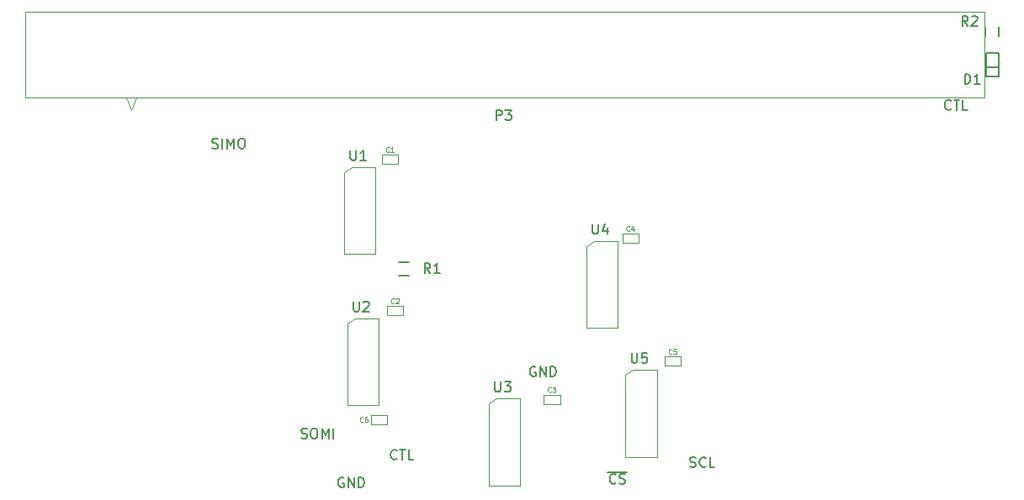
<source format=gto>
G04 #@! TF.FileFunction,Legend,Top*
%FSLAX46Y46*%
G04 Gerber Fmt 4.6, Leading zero omitted, Abs format (unit mm)*
G04 Created by KiCad (PCBNEW 4.0.1-stable) date 2/17/2017 10:30:23 PM*
%MOMM*%
G01*
G04 APERTURE LIST*
%ADD10C,0.100000*%
%ADD11C,0.127000*%
%ADD12C,0.150000*%
%ADD13C,0.120000*%
%ADD14C,0.125000*%
G04 APERTURE END LIST*
D10*
D11*
X-20466352Y-13619238D02*
X-20321209Y-13667619D01*
X-20079305Y-13667619D01*
X-19982543Y-13619238D01*
X-19934162Y-13570857D01*
X-19885781Y-13474095D01*
X-19885781Y-13377333D01*
X-19934162Y-13280571D01*
X-19982543Y-13232190D01*
X-20079305Y-13183810D01*
X-20272828Y-13135429D01*
X-20369590Y-13087048D01*
X-20417971Y-13038667D01*
X-20466352Y-12941905D01*
X-20466352Y-12845143D01*
X-20417971Y-12748381D01*
X-20369590Y-12700000D01*
X-20272828Y-12651619D01*
X-20030924Y-12651619D01*
X-19885781Y-12700000D01*
X-19256828Y-12651619D02*
X-19063305Y-12651619D01*
X-18966543Y-12700000D01*
X-18869781Y-12796762D01*
X-18821400Y-12990286D01*
X-18821400Y-13328952D01*
X-18869781Y-13522476D01*
X-18966543Y-13619238D01*
X-19063305Y-13667619D01*
X-19256828Y-13667619D01*
X-19353590Y-13619238D01*
X-19450352Y-13522476D01*
X-19498733Y-13328952D01*
X-19498733Y-12990286D01*
X-19450352Y-12796762D01*
X-19353590Y-12700000D01*
X-19256828Y-12651619D01*
X-18385971Y-13667619D02*
X-18385971Y-12651619D01*
X-18047305Y-13377333D01*
X-17708638Y-12651619D01*
X-17708638Y-13667619D01*
X-17224828Y-13667619D02*
X-17224828Y-12651619D01*
X-29419852Y15603462D02*
X-29274709Y15555081D01*
X-29032805Y15555081D01*
X-28936043Y15603462D01*
X-28887662Y15651843D01*
X-28839281Y15748605D01*
X-28839281Y15845367D01*
X-28887662Y15942129D01*
X-28936043Y15990510D01*
X-29032805Y16038890D01*
X-29226328Y16087271D01*
X-29323090Y16135652D01*
X-29371471Y16184033D01*
X-29419852Y16280795D01*
X-29419852Y16377557D01*
X-29371471Y16474319D01*
X-29323090Y16522700D01*
X-29226328Y16571081D01*
X-28984424Y16571081D01*
X-28839281Y16522700D01*
X-28403852Y15555081D02*
X-28403852Y16571081D01*
X-27920042Y15555081D02*
X-27920042Y16571081D01*
X-27581376Y15845367D01*
X-27242709Y16571081D01*
X-27242709Y15555081D01*
X-26565375Y16571081D02*
X-26371852Y16571081D01*
X-26275090Y16522700D01*
X-26178328Y16425938D01*
X-26129947Y16232414D01*
X-26129947Y15893748D01*
X-26178328Y15700224D01*
X-26275090Y15603462D01*
X-26371852Y15555081D01*
X-26565375Y15555081D01*
X-26662137Y15603462D01*
X-26758899Y15700224D01*
X-26807280Y15893748D01*
X-26807280Y16232414D01*
X-26758899Y16425938D01*
X-26662137Y16522700D01*
X-26565375Y16571081D01*
D12*
X-16205104Y-17635600D02*
X-16300342Y-17587981D01*
X-16443199Y-17587981D01*
X-16586057Y-17635600D01*
X-16681295Y-17730838D01*
X-16728914Y-17826076D01*
X-16776533Y-18016552D01*
X-16776533Y-18159410D01*
X-16728914Y-18349886D01*
X-16681295Y-18445124D01*
X-16586057Y-18540362D01*
X-16443199Y-18587981D01*
X-16347961Y-18587981D01*
X-16205104Y-18540362D01*
X-16157485Y-18492743D01*
X-16157485Y-18159410D01*
X-16347961Y-18159410D01*
X-15728914Y-18587981D02*
X-15728914Y-17587981D01*
X-15157485Y-18587981D01*
X-15157485Y-17587981D01*
X-14681295Y-18587981D02*
X-14681295Y-17587981D01*
X-14443200Y-17587981D01*
X-14300342Y-17635600D01*
X-14205104Y-17730838D01*
X-14157485Y-17826076D01*
X-14109866Y-18016552D01*
X-14109866Y-18159410D01*
X-14157485Y-18349886D01*
X-14205104Y-18445124D01*
X-14300342Y-18540362D01*
X-14443200Y-18587981D01*
X-14681295Y-18587981D01*
X3098896Y-6459600D02*
X3003658Y-6411981D01*
X2860801Y-6411981D01*
X2717943Y-6459600D01*
X2622705Y-6554838D01*
X2575086Y-6650076D01*
X2527467Y-6840552D01*
X2527467Y-6983410D01*
X2575086Y-7173886D01*
X2622705Y-7269124D01*
X2717943Y-7364362D01*
X2860801Y-7411981D01*
X2956039Y-7411981D01*
X3098896Y-7364362D01*
X3146515Y-7316743D01*
X3146515Y-6983410D01*
X2956039Y-6983410D01*
X3575086Y-7411981D02*
X3575086Y-6411981D01*
X4146515Y-7411981D01*
X4146515Y-6411981D01*
X4622705Y-7411981D02*
X4622705Y-6411981D01*
X4860800Y-6411981D01*
X5003658Y-6459600D01*
X5098896Y-6554838D01*
X5146515Y-6650076D01*
X5194134Y-6840552D01*
X5194134Y-6983410D01*
X5146515Y-7173886D01*
X5098896Y-7269124D01*
X5003658Y-7364362D01*
X4860800Y-7411981D01*
X4622705Y-7411981D01*
X44913610Y19556457D02*
X44865991Y19508838D01*
X44723134Y19461219D01*
X44627896Y19461219D01*
X44485038Y19508838D01*
X44389800Y19604076D01*
X44342181Y19699314D01*
X44294562Y19889790D01*
X44294562Y20032648D01*
X44342181Y20223124D01*
X44389800Y20318362D01*
X44485038Y20413600D01*
X44627896Y20461219D01*
X44723134Y20461219D01*
X44865991Y20413600D01*
X44913610Y20365981D01*
X45199324Y20461219D02*
X45770753Y20461219D01*
X45485038Y19461219D02*
X45485038Y20461219D01*
X46580277Y19461219D02*
X46104086Y19461219D01*
X46104086Y20461219D01*
X-10839390Y-15698743D02*
X-10887009Y-15746362D01*
X-11029866Y-15793981D01*
X-11125104Y-15793981D01*
X-11267962Y-15746362D01*
X-11363200Y-15651124D01*
X-11410819Y-15555886D01*
X-11458438Y-15365410D01*
X-11458438Y-15222552D01*
X-11410819Y-15032076D01*
X-11363200Y-14936838D01*
X-11267962Y-14841600D01*
X-11125104Y-14793981D01*
X-11029866Y-14793981D01*
X-10887009Y-14841600D01*
X-10839390Y-14889219D01*
X-10553676Y-14793981D02*
X-9982247Y-14793981D01*
X-10267962Y-15793981D02*
X-10267962Y-14793981D01*
X-9172723Y-15793981D02*
X-9648914Y-15793981D01*
X-9648914Y-14793981D01*
X18672324Y-16508362D02*
X18815181Y-16555981D01*
X19053277Y-16555981D01*
X19148515Y-16508362D01*
X19196134Y-16460743D01*
X19243753Y-16365505D01*
X19243753Y-16270267D01*
X19196134Y-16175029D01*
X19148515Y-16127410D01*
X19053277Y-16079790D01*
X18862800Y-16032171D01*
X18767562Y-15984552D01*
X18719943Y-15936933D01*
X18672324Y-15841695D01*
X18672324Y-15746457D01*
X18719943Y-15651219D01*
X18767562Y-15603600D01*
X18862800Y-15555981D01*
X19100896Y-15555981D01*
X19243753Y-15603600D01*
X20243753Y-16460743D02*
X20196134Y-16508362D01*
X20053277Y-16555981D01*
X19958039Y-16555981D01*
X19815181Y-16508362D01*
X19719943Y-16413124D01*
X19672324Y-16317886D01*
X19624705Y-16127410D01*
X19624705Y-15984552D01*
X19672324Y-15794076D01*
X19719943Y-15698838D01*
X19815181Y-15603600D01*
X19958039Y-15555981D01*
X20053277Y-15555981D01*
X20196134Y-15603600D01*
X20243753Y-15651219D01*
X21148515Y-16555981D02*
X20672324Y-16555981D01*
X20672324Y-15555981D01*
X11187134Y-18124443D02*
X11139515Y-18172062D01*
X10996658Y-18219681D01*
X10901420Y-18219681D01*
X10758562Y-18172062D01*
X10663324Y-18076824D01*
X10615705Y-17981586D01*
X10568086Y-17791110D01*
X10568086Y-17648252D01*
X10615705Y-17457776D01*
X10663324Y-17362538D01*
X10758562Y-17267300D01*
X10901420Y-17219681D01*
X10996658Y-17219681D01*
X11139515Y-17267300D01*
X11187134Y-17314919D01*
X11568086Y-18172062D02*
X11710943Y-18219681D01*
X11949039Y-18219681D01*
X12044277Y-18172062D01*
X12091896Y-18124443D01*
X12139515Y-18029205D01*
X12139515Y-17933967D01*
X12091896Y-17838729D01*
X12044277Y-17791110D01*
X11949039Y-17743490D01*
X11758562Y-17695871D01*
X11663324Y-17648252D01*
X11615705Y-17600633D01*
X11568086Y-17505395D01*
X11568086Y-17410157D01*
X11615705Y-17314919D01*
X11663324Y-17267300D01*
X11758562Y-17219681D01*
X11996658Y-17219681D01*
X12139515Y-17267300D01*
X10377610Y-17047300D02*
X12329991Y-17047300D01*
D13*
X-12979400Y13690600D02*
X-12979400Y13436600D01*
X-12979400Y13690600D02*
X-15392400Y13690600D01*
X-15392400Y13690600D02*
X-16154400Y13182600D01*
X-16154400Y13182600D02*
X-16154400Y4927600D01*
X-16154400Y12928600D02*
X-16154400Y4927600D01*
X-12979400Y13436600D02*
X-12979400Y4927600D01*
X-12979400Y4927600D02*
X-16154400Y4927600D01*
X-38100000Y20656600D02*
X-37592000Y19386600D01*
X-37592000Y19386600D02*
X-37084000Y20656600D01*
X-48260000Y24974600D02*
X-48260000Y29292600D01*
X-48260000Y29292600D02*
X48260000Y29292600D01*
X48260000Y29292600D02*
X48260000Y20656600D01*
X48260000Y20656600D02*
X-48260000Y20656600D01*
X-48260000Y20656600D02*
X-48260000Y24974600D01*
X-12664440Y-1559560D02*
X-12664440Y-1813560D01*
X-12664440Y-1559560D02*
X-15077440Y-1559560D01*
X-15077440Y-1559560D02*
X-15839440Y-2067560D01*
X-15839440Y-2067560D02*
X-15839440Y-10322560D01*
X-15839440Y-2321560D02*
X-15839440Y-10322560D01*
X-12664440Y-1813560D02*
X-12664440Y-10322560D01*
X-12664440Y-10322560D02*
X-15839440Y-10322560D01*
X1574800Y-9641840D02*
X1574800Y-9895840D01*
X1574800Y-9641840D02*
X-838200Y-9641840D01*
X-838200Y-9641840D02*
X-1600200Y-10149840D01*
X-1600200Y-10149840D02*
X-1600200Y-18404840D01*
X-1600200Y-10403840D02*
X-1600200Y-18404840D01*
X1574800Y-9895840D02*
X1574800Y-18404840D01*
X1574800Y-18404840D02*
X-1600200Y-18404840D01*
X11389360Y6243320D02*
X11389360Y5989320D01*
X11389360Y6243320D02*
X8976360Y6243320D01*
X8976360Y6243320D02*
X8214360Y5735320D01*
X8214360Y5735320D02*
X8214360Y-2519680D01*
X8214360Y5481320D02*
X8214360Y-2519680D01*
X11389360Y5989320D02*
X11389360Y-2519680D01*
X11389360Y-2519680D02*
X8214360Y-2519680D01*
X15326360Y-6741160D02*
X15326360Y-6995160D01*
X15326360Y-6741160D02*
X12913360Y-6741160D01*
X12913360Y-6741160D02*
X12151360Y-7249160D01*
X12151360Y-7249160D02*
X12151360Y-15504160D01*
X12151360Y-7503160D02*
X12151360Y-15504160D01*
X15326360Y-6995160D02*
X15326360Y-15504160D01*
X15326360Y-15504160D02*
X12151360Y-15504160D01*
D10*
X-10718800Y13995400D02*
X-12344400Y13995400D01*
X-12344400Y13995400D02*
X-12344400Y14909800D01*
X-12344400Y14909800D02*
X-10718800Y14909800D01*
X-10718800Y14909800D02*
X-10718800Y13995400D01*
X-10236200Y-1244600D02*
X-11861800Y-1244600D01*
X-11861800Y-1244600D02*
X-11861800Y-330200D01*
X-11861800Y-330200D02*
X-10236200Y-330200D01*
X-10236200Y-330200D02*
X-10236200Y-1244600D01*
X5588000Y-10210800D02*
X3962400Y-10210800D01*
X3962400Y-10210800D02*
X3962400Y-9296400D01*
X3962400Y-9296400D02*
X5588000Y-9296400D01*
X5588000Y-9296400D02*
X5588000Y-10210800D01*
X13487400Y6045200D02*
X11861800Y6045200D01*
X11861800Y6045200D02*
X11861800Y6959600D01*
X11861800Y6959600D02*
X13487400Y6959600D01*
X13487400Y6959600D02*
X13487400Y6045200D01*
X17729200Y-6299200D02*
X16103600Y-6299200D01*
X16103600Y-6299200D02*
X16103600Y-5384800D01*
X16103600Y-5384800D02*
X17729200Y-5384800D01*
X17729200Y-5384800D02*
X17729200Y-6299200D01*
X-13462000Y-11328400D02*
X-11836400Y-11328400D01*
X-11836400Y-11328400D02*
X-11836400Y-12242800D01*
X-11836400Y-12242800D02*
X-13462000Y-12242800D01*
X-13462000Y-12242800D02*
X-13462000Y-11328400D01*
D12*
X49733200Y23723600D02*
X48463200Y23723600D01*
X49733200Y25196800D02*
X49733200Y22834600D01*
X49733200Y22834600D02*
X48463200Y22834600D01*
X48437800Y22834600D02*
X48437800Y25196800D01*
X48463200Y25196800D02*
X49733200Y25196800D01*
X-10609200Y4129400D02*
X-9609200Y4129400D01*
X-9609200Y2779400D02*
X-10609200Y2779400D01*
X48397800Y26830400D02*
X48397800Y27830400D01*
X49747800Y27830400D02*
X49747800Y26830400D01*
X-15519305Y15381219D02*
X-15519305Y14571695D01*
X-15471686Y14476457D01*
X-15424067Y14428838D01*
X-15328829Y14381219D01*
X-15138352Y14381219D01*
X-15043114Y14428838D01*
X-14995495Y14476457D01*
X-14947876Y14571695D01*
X-14947876Y15381219D01*
X-13947876Y14381219D02*
X-14519305Y14381219D01*
X-14233591Y14381219D02*
X-14233591Y15381219D01*
X-14328829Y15238362D01*
X-14424067Y15143124D01*
X-14519305Y15095505D01*
X-839695Y18419819D02*
X-839695Y19419819D01*
X-458742Y19419819D01*
X-363504Y19372200D01*
X-315885Y19324581D01*
X-268266Y19229343D01*
X-268266Y19086486D01*
X-315885Y18991248D01*
X-363504Y18943629D01*
X-458742Y18896010D01*
X-839695Y18896010D01*
X65067Y19419819D02*
X684115Y19419819D01*
X350781Y19038867D01*
X493639Y19038867D01*
X588877Y18991248D01*
X636496Y18943629D01*
X684115Y18848390D01*
X684115Y18610295D01*
X636496Y18515057D01*
X588877Y18467438D01*
X493639Y18419819D01*
X207924Y18419819D01*
X112686Y18467438D01*
X65067Y18515057D01*
X-15204345Y131059D02*
X-15204345Y-678465D01*
X-15156726Y-773703D01*
X-15109107Y-821322D01*
X-15013869Y-868941D01*
X-14823392Y-868941D01*
X-14728154Y-821322D01*
X-14680535Y-773703D01*
X-14632916Y-678465D01*
X-14632916Y131059D01*
X-14204345Y35821D02*
X-14156726Y83440D01*
X-14061488Y131059D01*
X-13823392Y131059D01*
X-13728154Y83440D01*
X-13680535Y35821D01*
X-13632916Y-59417D01*
X-13632916Y-154655D01*
X-13680535Y-297512D01*
X-14251964Y-868941D01*
X-13632916Y-868941D01*
X-965105Y-7951221D02*
X-965105Y-8760745D01*
X-917486Y-8855983D01*
X-869867Y-8903602D01*
X-774629Y-8951221D01*
X-584152Y-8951221D01*
X-488914Y-8903602D01*
X-441295Y-8855983D01*
X-393676Y-8760745D01*
X-393676Y-7951221D01*
X-12724Y-7951221D02*
X606324Y-7951221D01*
X272990Y-8332173D01*
X415848Y-8332173D01*
X511086Y-8379792D01*
X558705Y-8427411D01*
X606324Y-8522650D01*
X606324Y-8760745D01*
X558705Y-8855983D01*
X511086Y-8903602D01*
X415848Y-8951221D01*
X130133Y-8951221D01*
X34895Y-8903602D01*
X-12724Y-8855983D01*
X8849455Y7933939D02*
X8849455Y7124415D01*
X8897074Y7029177D01*
X8944693Y6981558D01*
X9039931Y6933939D01*
X9230408Y6933939D01*
X9325646Y6981558D01*
X9373265Y7029177D01*
X9420884Y7124415D01*
X9420884Y7933939D01*
X10325646Y7600606D02*
X10325646Y6933939D01*
X10087550Y7981558D02*
X9849455Y7267272D01*
X10468503Y7267272D01*
X12786455Y-5050541D02*
X12786455Y-5860065D01*
X12834074Y-5955303D01*
X12881693Y-6002922D01*
X12976931Y-6050541D01*
X13167408Y-6050541D01*
X13262646Y-6002922D01*
X13310265Y-5955303D01*
X13357884Y-5860065D01*
X13357884Y-5050541D01*
X14310265Y-5050541D02*
X13834074Y-5050541D01*
X13786455Y-5526731D01*
X13834074Y-5479112D01*
X13929312Y-5431493D01*
X14167408Y-5431493D01*
X14262646Y-5479112D01*
X14310265Y-5526731D01*
X14357884Y-5621970D01*
X14357884Y-5860065D01*
X14310265Y-5955303D01*
X14262646Y-6002922D01*
X14167408Y-6050541D01*
X13929312Y-6050541D01*
X13834074Y-6002922D01*
X13786455Y-5955303D01*
D14*
X-11640333Y15239229D02*
X-11664143Y15215419D01*
X-11735571Y15191610D01*
X-11783190Y15191610D01*
X-11854619Y15215419D01*
X-11902238Y15263038D01*
X-11926047Y15310657D01*
X-11949857Y15405895D01*
X-11949857Y15477324D01*
X-11926047Y15572562D01*
X-11902238Y15620181D01*
X-11854619Y15667800D01*
X-11783190Y15691610D01*
X-11735571Y15691610D01*
X-11664143Y15667800D01*
X-11640333Y15643990D01*
X-11164143Y15191610D02*
X-11449857Y15191610D01*
X-11307000Y15191610D02*
X-11307000Y15691610D01*
X-11354619Y15620181D01*
X-11402238Y15572562D01*
X-11449857Y15548752D01*
X-11106933Y-771D02*
X-11130743Y-24581D01*
X-11202171Y-48390D01*
X-11249790Y-48390D01*
X-11321219Y-24581D01*
X-11368838Y23038D01*
X-11392647Y70657D01*
X-11416457Y165895D01*
X-11416457Y237324D01*
X-11392647Y332562D01*
X-11368838Y380181D01*
X-11321219Y427800D01*
X-11249790Y451610D01*
X-11202171Y451610D01*
X-11130743Y427800D01*
X-11106933Y403990D01*
X-10916457Y403990D02*
X-10892647Y427800D01*
X-10845028Y451610D01*
X-10725981Y451610D01*
X-10678362Y427800D01*
X-10654552Y403990D01*
X-10630743Y356371D01*
X-10630743Y308752D01*
X-10654552Y237324D01*
X-10940266Y-48390D01*
X-10630743Y-48390D01*
X4666467Y-8941571D02*
X4642657Y-8965381D01*
X4571229Y-8989190D01*
X4523610Y-8989190D01*
X4452181Y-8965381D01*
X4404562Y-8917762D01*
X4380753Y-8870143D01*
X4356943Y-8774905D01*
X4356943Y-8703476D01*
X4380753Y-8608238D01*
X4404562Y-8560619D01*
X4452181Y-8513000D01*
X4523610Y-8489190D01*
X4571229Y-8489190D01*
X4642657Y-8513000D01*
X4666467Y-8536810D01*
X4833134Y-8489190D02*
X5142657Y-8489190D01*
X4975991Y-8679667D01*
X5047419Y-8679667D01*
X5095038Y-8703476D01*
X5118848Y-8727286D01*
X5142657Y-8774905D01*
X5142657Y-8893952D01*
X5118848Y-8941571D01*
X5095038Y-8965381D01*
X5047419Y-8989190D01*
X4904562Y-8989190D01*
X4856943Y-8965381D01*
X4833134Y-8941571D01*
X12565867Y7289029D02*
X12542057Y7265219D01*
X12470629Y7241410D01*
X12423010Y7241410D01*
X12351581Y7265219D01*
X12303962Y7312838D01*
X12280153Y7360457D01*
X12256343Y7455695D01*
X12256343Y7527124D01*
X12280153Y7622362D01*
X12303962Y7669981D01*
X12351581Y7717600D01*
X12423010Y7741410D01*
X12470629Y7741410D01*
X12542057Y7717600D01*
X12565867Y7693790D01*
X12994438Y7574743D02*
X12994438Y7241410D01*
X12875391Y7765219D02*
X12756343Y7408076D01*
X13065867Y7408076D01*
X16807667Y-5106171D02*
X16783857Y-5129981D01*
X16712429Y-5153790D01*
X16664810Y-5153790D01*
X16593381Y-5129981D01*
X16545762Y-5082362D01*
X16521953Y-5034743D01*
X16498143Y-4939505D01*
X16498143Y-4868076D01*
X16521953Y-4772838D01*
X16545762Y-4725219D01*
X16593381Y-4677600D01*
X16664810Y-4653790D01*
X16712429Y-4653790D01*
X16783857Y-4677600D01*
X16807667Y-4701410D01*
X17260048Y-4653790D02*
X17021953Y-4653790D01*
X16998143Y-4891886D01*
X17021953Y-4868076D01*
X17069572Y-4844267D01*
X17188619Y-4844267D01*
X17236238Y-4868076D01*
X17260048Y-4891886D01*
X17283857Y-4939505D01*
X17283857Y-5058552D01*
X17260048Y-5106171D01*
X17236238Y-5129981D01*
X17188619Y-5153790D01*
X17069572Y-5153790D01*
X17021953Y-5129981D01*
X16998143Y-5106171D01*
X-14256533Y-11964171D02*
X-14280343Y-11987981D01*
X-14351771Y-12011790D01*
X-14399390Y-12011790D01*
X-14470819Y-11987981D01*
X-14518438Y-11940362D01*
X-14542247Y-11892743D01*
X-14566057Y-11797505D01*
X-14566057Y-11726076D01*
X-14542247Y-11630838D01*
X-14518438Y-11583219D01*
X-14470819Y-11535600D01*
X-14399390Y-11511790D01*
X-14351771Y-11511790D01*
X-14280343Y-11535600D01*
X-14256533Y-11559410D01*
X-13827962Y-11511790D02*
X-13923200Y-11511790D01*
X-13970819Y-11535600D01*
X-13994628Y-11559410D01*
X-14042247Y-11630838D01*
X-14066057Y-11726076D01*
X-14066057Y-11916552D01*
X-14042247Y-11964171D01*
X-14018438Y-11987981D01*
X-13970819Y-12011790D01*
X-13875581Y-12011790D01*
X-13827962Y-11987981D01*
X-13804152Y-11964171D01*
X-13780343Y-11916552D01*
X-13780343Y-11797505D01*
X-13804152Y-11749886D01*
X-13827962Y-11726076D01*
X-13875581Y-11702267D01*
X-13970819Y-11702267D01*
X-14018438Y-11726076D01*
X-14042247Y-11749886D01*
X-14066057Y-11797505D01*
D12*
X46302705Y22052019D02*
X46302705Y23052019D01*
X46540800Y23052019D01*
X46683658Y23004400D01*
X46778896Y22909162D01*
X46826515Y22813924D01*
X46874134Y22623448D01*
X46874134Y22480590D01*
X46826515Y22290114D01*
X46778896Y22194876D01*
X46683658Y22099638D01*
X46540800Y22052019D01*
X46302705Y22052019D01*
X47826515Y22052019D02*
X47255086Y22052019D01*
X47540800Y22052019D02*
X47540800Y23052019D01*
X47445562Y22909162D01*
X47350324Y22813924D01*
X47255086Y22766305D01*
X-7481866Y3002019D02*
X-7815200Y3478210D01*
X-8053295Y3002019D02*
X-8053295Y4002019D01*
X-7672342Y4002019D01*
X-7577104Y3954400D01*
X-7529485Y3906781D01*
X-7481866Y3811543D01*
X-7481866Y3668686D01*
X-7529485Y3573448D01*
X-7577104Y3525829D01*
X-7672342Y3478210D01*
X-8053295Y3478210D01*
X-6529485Y3002019D02*
X-7100914Y3002019D01*
X-6815200Y3002019D02*
X-6815200Y4002019D01*
X-6910438Y3859162D01*
X-7005676Y3763924D01*
X-7100914Y3716305D01*
X46620134Y27894019D02*
X46286800Y28370210D01*
X46048705Y27894019D02*
X46048705Y28894019D01*
X46429658Y28894019D01*
X46524896Y28846400D01*
X46572515Y28798781D01*
X46620134Y28703543D01*
X46620134Y28560686D01*
X46572515Y28465448D01*
X46524896Y28417829D01*
X46429658Y28370210D01*
X46048705Y28370210D01*
X47001086Y28798781D02*
X47048705Y28846400D01*
X47143943Y28894019D01*
X47382039Y28894019D01*
X47477277Y28846400D01*
X47524896Y28798781D01*
X47572515Y28703543D01*
X47572515Y28608305D01*
X47524896Y28465448D01*
X46953467Y27894019D01*
X47572515Y27894019D01*
M02*

</source>
